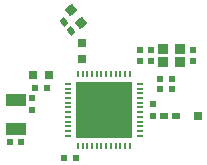
<source format=gtp>
G04 Layer_Color=8421504*
%FSLAX24Y24*%
%MOIN*%
G70*
G01*
G75*
G04:AMPARAMS|DCode=10|XSize=31.5mil|YSize=29.5mil|CornerRadius=0mil|HoleSize=0mil|Usage=FLASHONLY|Rotation=40.000|XOffset=0mil|YOffset=0mil|HoleType=Round|Shape=Rectangle|*
%AMROTATEDRECTD10*
4,1,4,-0.0026,-0.0214,-0.0216,0.0012,0.0026,0.0214,0.0216,-0.0012,-0.0026,-0.0214,0.0*
%
%ADD10ROTATEDRECTD10*%

G04:AMPARAMS|DCode=11|XSize=19.7mil|YSize=25.6mil|CornerRadius=0mil|HoleSize=0mil|Usage=FLASHONLY|Rotation=40.000|XOffset=0mil|YOffset=0mil|HoleType=Round|Shape=Rectangle|*
%AMROTATEDRECTD11*
4,1,4,0.0007,-0.0161,-0.0158,0.0035,-0.0007,0.0161,0.0158,-0.0035,0.0007,-0.0161,0.0*
%
%ADD11ROTATEDRECTD11*%

%ADD12R,0.0315X0.0295*%
%ADD13R,0.0300X0.0300*%
%ADD14R,0.0197X0.0236*%
%ADD15R,0.0236X0.0197*%
%ADD16R,0.0709X0.0394*%
%ADD17R,0.0295X0.0315*%
%ADD18R,0.1850X0.1850*%
%ADD19O,0.0079X0.0256*%
%ADD20O,0.0256X0.0079*%
%ADD21R,0.0256X0.0197*%
%ADD22R,0.0374X0.0335*%
D10*
X-759Y2908D02*
D03*
X-1101Y3316D02*
D03*
D11*
X-1320Y2915D02*
D03*
X-1080Y2629D02*
D03*
D12*
X-740Y1686D02*
D03*
Y2218D02*
D03*
D13*
X3137Y-197D02*
D03*
D14*
X-2380Y377D02*
D03*
Y-17D02*
D03*
X1220Y1613D02*
D03*
Y2007D02*
D03*
X1650Y197D02*
D03*
Y-197D02*
D03*
X1570Y1613D02*
D03*
Y2007D02*
D03*
X2970Y2007D02*
D03*
Y1613D02*
D03*
D15*
X-2743Y-1060D02*
D03*
X-3137D02*
D03*
X1883Y1030D02*
D03*
X2277D02*
D03*
X2277Y680D02*
D03*
X1883D02*
D03*
X-923Y-1610D02*
D03*
X-1317D02*
D03*
X-1903Y740D02*
D03*
X-2297D02*
D03*
D16*
X-2940Y-642D02*
D03*
Y342D02*
D03*
D17*
X-2366Y1150D02*
D03*
X-1834D02*
D03*
D18*
X0Y0D02*
D03*
D19*
X-866Y1191D02*
D03*
X-709D02*
D03*
X-551D02*
D03*
X-394D02*
D03*
X-236D02*
D03*
X-79D02*
D03*
X79D02*
D03*
X236D02*
D03*
X394D02*
D03*
X551D02*
D03*
X709D02*
D03*
X866D02*
D03*
Y-1191D02*
D03*
X709D02*
D03*
X551D02*
D03*
X394D02*
D03*
X236D02*
D03*
X79D02*
D03*
X-79D02*
D03*
X-236D02*
D03*
X-394D02*
D03*
X-551D02*
D03*
X-709D02*
D03*
X-866D02*
D03*
D20*
X1191Y866D02*
D03*
Y709D02*
D03*
Y551D02*
D03*
Y394D02*
D03*
Y236D02*
D03*
Y79D02*
D03*
Y-79D02*
D03*
Y-236D02*
D03*
Y-394D02*
D03*
Y-551D02*
D03*
Y-709D02*
D03*
Y-866D02*
D03*
X-1191D02*
D03*
Y-709D02*
D03*
Y-551D02*
D03*
Y-394D02*
D03*
Y-236D02*
D03*
Y-79D02*
D03*
Y79D02*
D03*
Y236D02*
D03*
Y394D02*
D03*
Y551D02*
D03*
Y709D02*
D03*
Y866D02*
D03*
D21*
X2397Y-200D02*
D03*
X2023D02*
D03*
D22*
X2555Y1584D02*
D03*
Y2036D02*
D03*
X1985D02*
D03*
Y1584D02*
D03*
M02*

</source>
